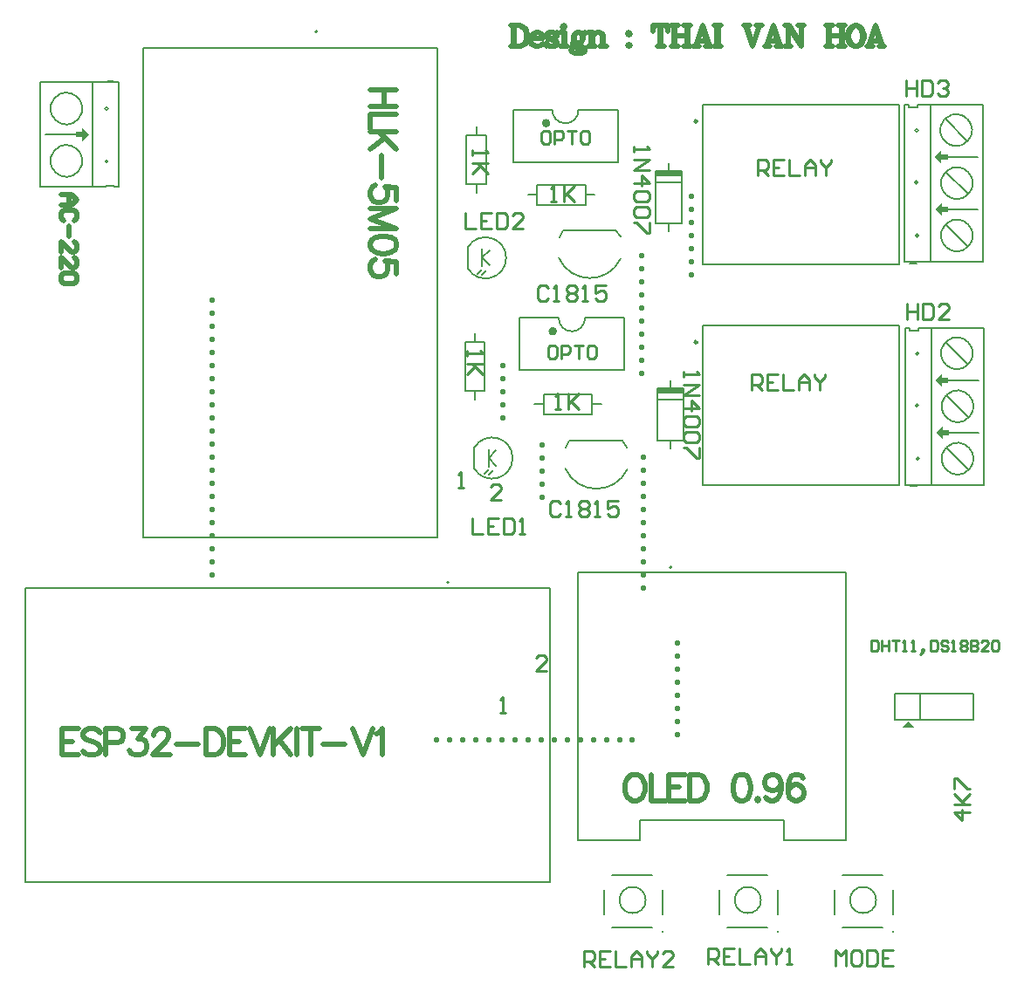
<source format=gbr>
%TF.GenerationSoftware,Altium Limited,Altium Designer,23.10.1 (27)*%
G04 Layer_Color=65535*
%FSLAX26Y26*%
%MOIN*%
%TF.SameCoordinates,68AA919C-6303-421A-99F6-747A19599157*%
%TF.FilePolarity,Positive*%
%TF.FileFunction,Legend,Top*%
%TF.Part,Single*%
G01*
G75*
%TA.AperFunction,NonConductor*%
%ADD10C,0.010000*%
%ADD39C,0.006000*%
%ADD40C,0.007874*%
%ADD41C,0.007008*%
%ADD42C,0.011811*%
%ADD43C,0.007000*%
%ADD44C,0.015000*%
%ADD45C,0.005000*%
%ADD46C,0.020000*%
%ADD47R,0.100000X0.020000*%
G36*
X350000Y3380000D02*
X325000Y3355000D01*
Y3370000D01*
X300000D01*
Y3390000D01*
X325000D01*
Y3405000D01*
X350000Y3380000D01*
D02*
G37*
G36*
X3605000Y3305000D02*
X3630000D01*
Y3285000D01*
X3605000D01*
Y3270000D01*
X3580000Y3295000D01*
X3605000Y3320000D01*
Y3305000D01*
D02*
G37*
G36*
X3607500Y3105000D02*
X3632500D01*
Y3085000D01*
X3607500D01*
Y3070000D01*
X3582500Y3095000D01*
X3607500Y3120000D01*
Y3105000D01*
D02*
G37*
G36*
X3607620Y2452380D02*
X3632620D01*
Y2432380D01*
X3607620D01*
Y2417380D01*
X3582620Y2442380D01*
X3607620Y2467380D01*
Y2452380D01*
D02*
G37*
G36*
X3610120Y2252380D02*
X3635120D01*
Y2232380D01*
X3610120D01*
Y2217380D01*
X3585120Y2242380D01*
X3610120Y2267380D01*
Y2252380D01*
D02*
G37*
G36*
X3504000Y1114000D02*
X3454000D01*
X3479000Y1139000D01*
X3504000Y1114000D01*
D02*
G37*
D10*
X825000Y1695000D02*
X815003D01*
Y1704997D01*
X825000D01*
Y1695000D01*
Y1744984D02*
X815003D01*
Y1754981D01*
X825000D01*
Y1744984D01*
Y1794968D02*
X815003D01*
Y1804964D01*
X825000D01*
Y1794968D01*
Y1844951D02*
X815003D01*
Y1854948D01*
X825000D01*
Y1844951D01*
Y1894935D02*
X815003D01*
Y1904932D01*
X825000D01*
Y1894935D01*
Y1944919D02*
X815003D01*
Y1954916D01*
X825000D01*
Y1944919D01*
Y1994903D02*
X815003D01*
Y2004900D01*
X825000D01*
Y1994903D01*
Y2044887D02*
X815003D01*
Y2054883D01*
X825000D01*
Y2044887D01*
Y2094870D02*
X815003D01*
Y2104867D01*
X825000D01*
Y2094870D01*
Y2144854D02*
X815003D01*
Y2154851D01*
X825000D01*
Y2144854D01*
Y2194838D02*
X815003D01*
Y2204835D01*
X825000D01*
Y2194838D01*
Y2244822D02*
X815003D01*
Y2254819D01*
X825000D01*
Y2244822D01*
Y2294806D02*
X815003D01*
Y2304802D01*
X825000D01*
Y2294806D01*
Y2344789D02*
X815003D01*
Y2354786D01*
X825000D01*
Y2344789D01*
Y2394773D02*
X815003D01*
Y2404770D01*
X825000D01*
Y2394773D01*
Y2444757D02*
X815003D01*
Y2454754D01*
X825000D01*
Y2444757D01*
Y2494741D02*
X815003D01*
Y2504738D01*
X825000D01*
Y2494741D01*
Y2544725D02*
X815003D01*
Y2554721D01*
X825000D01*
Y2544725D01*
Y2594708D02*
X815003D01*
Y2604705D01*
X825000D01*
Y2594708D01*
Y2644692D02*
X815003D01*
Y2654689D01*
X825000D01*
Y2644692D01*
Y2694676D02*
X815003D01*
Y2704673D01*
X825000D01*
Y2694676D01*
Y2744660D02*
X815003D01*
Y2754657D01*
X825000D01*
Y2744660D01*
X1670000Y1065000D02*
Y1074997D01*
X1679997D01*
Y1065000D01*
X1670000D01*
X1719984D02*
Y1074997D01*
X1729981D01*
Y1065000D01*
X1719984D01*
X1769968D02*
Y1074997D01*
X1779964D01*
Y1065000D01*
X1769968D01*
X1819951D02*
Y1074997D01*
X1829948D01*
Y1065000D01*
X1819951D01*
X1869935D02*
Y1074997D01*
X1879932D01*
Y1065000D01*
X1869935D01*
X1919919D02*
Y1074997D01*
X1929916D01*
Y1065000D01*
X1919919D01*
X1969903D02*
Y1074997D01*
X1979900D01*
Y1065000D01*
X1969903D01*
X2019887D02*
Y1074997D01*
X2029883D01*
Y1065000D01*
X2019887D01*
X2069870D02*
Y1074997D01*
X2079867D01*
Y1065000D01*
X2069870D01*
X2119854D02*
Y1074997D01*
X2129851D01*
Y1065000D01*
X2119854D01*
X2169838D02*
Y1074997D01*
X2179835D01*
Y1065000D01*
X2169838D01*
X2219822D02*
Y1074997D01*
X2229819D01*
Y1065000D01*
X2219822D01*
X2269806D02*
Y1074997D01*
X2279802D01*
Y1065000D01*
X2269806D01*
X2319789D02*
Y1074997D01*
X2329786D01*
Y1065000D01*
X2319789D01*
X2369773D02*
Y1074997D01*
X2379770D01*
Y1065000D01*
X2369773D01*
X2419757D02*
Y1074997D01*
X2429754D01*
Y1065000D01*
X2419757D01*
X2097380Y1331681D02*
X2057393D01*
X2097380Y1371668D01*
Y1381664D01*
X2087383Y1391661D01*
X2067390D01*
X2057393Y1381664D01*
X1924987Y1985000D02*
X1885000D01*
X1924987Y2024987D01*
Y2034984D01*
X1914990Y2044981D01*
X1894997D01*
X1885000Y2034984D01*
X1760000Y2030000D02*
X1779994D01*
X1769997D01*
Y2089981D01*
X1760000Y2079984D01*
X1920000Y1170000D02*
X1939994D01*
X1929997D01*
Y1229981D01*
X1920000Y1219984D01*
X1935000Y2295000D02*
X1925003D01*
Y2304997D01*
X1935000D01*
Y2295000D01*
Y2344984D02*
X1925003D01*
Y2354981D01*
X1935000D01*
Y2344984D01*
Y2394968D02*
X1925003D01*
Y2404964D01*
X1935000D01*
Y2394968D01*
Y2444951D02*
X1925003D01*
Y2454948D01*
X1935000D01*
Y2444951D01*
Y2494935D02*
X1925003D01*
Y2504932D01*
X1935000D01*
Y2494935D01*
X2085000Y1990000D02*
X2075003D01*
Y1999997D01*
X2085000D01*
Y1990000D01*
Y2039984D02*
X2075003D01*
Y2049981D01*
X2085000D01*
Y2039984D01*
Y2089968D02*
X2075003D01*
Y2099964D01*
X2085000D01*
Y2089968D01*
Y2139951D02*
X2075003D01*
Y2149948D01*
X2085000D01*
Y2139951D01*
Y2189935D02*
X2075003D01*
Y2199932D01*
X2085000D01*
Y2189935D01*
X2600000Y1085000D02*
X2590003D01*
Y1094997D01*
X2600000D01*
Y1085000D01*
Y1134984D02*
X2590003D01*
Y1144981D01*
X2600000D01*
Y1134984D01*
Y1184968D02*
X2590003D01*
Y1194964D01*
X2600000D01*
Y1184968D01*
Y1234951D02*
X2590003D01*
Y1244948D01*
X2600000D01*
Y1234951D01*
Y1284935D02*
X2590003D01*
Y1294932D01*
X2600000D01*
Y1284935D01*
Y1334919D02*
X2590003D01*
Y1344916D01*
X2600000D01*
Y1334919D01*
Y1384903D02*
X2590003D01*
Y1394900D01*
X2600000D01*
Y1384903D01*
Y1434887D02*
X2590003D01*
Y1444883D01*
X2600000D01*
Y1434887D01*
X2470000Y1645000D02*
X2460003D01*
Y1654997D01*
X2470000D01*
Y1645000D01*
Y1694984D02*
X2460003D01*
Y1704981D01*
X2470000D01*
Y1694984D01*
Y1744968D02*
X2460003D01*
Y1754964D01*
X2470000D01*
Y1744968D01*
Y1794951D02*
X2460003D01*
Y1804948D01*
X2470000D01*
Y1794951D01*
Y1844935D02*
X2460003D01*
Y1854932D01*
X2470000D01*
Y1844935D01*
Y1894919D02*
X2460003D01*
Y1904916D01*
X2470000D01*
Y1894919D01*
Y1944903D02*
X2460003D01*
Y1954900D01*
X2470000D01*
Y1944903D01*
Y1994887D02*
X2460003D01*
Y2004883D01*
X2470000D01*
Y1994887D01*
Y2044870D02*
X2460003D01*
Y2054867D01*
X2470000D01*
Y2044870D01*
Y2094854D02*
X2460003D01*
Y2104851D01*
X2470000D01*
Y2094854D01*
Y2144838D02*
X2460003D01*
Y2154835D01*
X2470000D01*
Y2144838D01*
X2655000Y2840000D02*
X2645003D01*
Y2849997D01*
X2655000D01*
Y2840000D01*
Y2889984D02*
X2645003D01*
Y2899981D01*
X2655000D01*
Y2889984D01*
Y2939968D02*
X2645003D01*
Y2949964D01*
X2655000D01*
Y2939968D01*
Y2989951D02*
X2645003D01*
Y2999948D01*
X2655000D01*
Y2989951D01*
Y3039935D02*
X2645003D01*
Y3049932D01*
X2655000D01*
Y3039935D01*
Y3089919D02*
X2645003D01*
Y3099916D01*
X2655000D01*
Y3089919D01*
Y3139903D02*
X2645003D01*
Y3149900D01*
X2655000D01*
Y3139903D01*
X2465000Y2465000D02*
X2455003D01*
Y2474997D01*
X2465000D01*
Y2465000D01*
Y2514984D02*
X2455003D01*
Y2524981D01*
X2465000D01*
Y2514984D01*
Y2564968D02*
X2455003D01*
Y2574964D01*
X2465000D01*
Y2564968D01*
Y2614951D02*
X2455003D01*
Y2624948D01*
X2465000D01*
Y2614951D01*
Y2664935D02*
X2455003D01*
Y2674932D01*
X2465000D01*
Y2664935D01*
Y2714919D02*
X2455003D01*
Y2724916D01*
X2465000D01*
Y2714919D01*
Y2764903D02*
X2455003D01*
Y2774900D01*
X2465000D01*
Y2764903D01*
Y2814887D02*
X2455003D01*
Y2824883D01*
X2465000D01*
Y2814887D01*
Y2864870D02*
X2455003D01*
Y2874867D01*
X2465000D01*
Y2864870D01*
Y2914854D02*
X2455003D01*
Y2924851D01*
X2465000D01*
Y2914854D01*
X3715000Y789990D02*
X3655019D01*
X3685010Y760000D01*
Y799987D01*
X3655019Y819981D02*
X3715000D01*
X3695006D01*
X3655019Y859968D01*
X3685010Y829977D01*
X3715000Y859968D01*
X3655019Y879961D02*
Y919948D01*
X3665016D01*
X3705003Y879961D01*
X3715000D01*
X2240055Y200010D02*
Y259990D01*
X2270045D01*
X2280042Y249994D01*
Y230000D01*
X2270045Y220003D01*
X2240055D01*
X2260048D02*
X2280042Y200010D01*
X2340023Y259990D02*
X2300036D01*
Y200010D01*
X2340023D01*
X2300036Y230000D02*
X2320029D01*
X2360016Y259990D02*
Y200010D01*
X2400003D01*
X2419997D02*
Y239997D01*
X2439990Y259990D01*
X2459984Y239997D01*
Y200010D01*
Y230000D01*
X2419997D01*
X2479977Y259990D02*
Y249994D01*
X2499971Y230000D01*
X2519965Y249994D01*
Y259990D01*
X2499971Y230000D02*
Y200010D01*
X2579945D02*
X2539958D01*
X2579945Y239997D01*
Y249994D01*
X2569948Y259990D01*
X2549955D01*
X2539958Y249994D01*
X2115015Y3125010D02*
X2135008D01*
X2125011D01*
Y3184990D01*
X2115015Y3174994D01*
X2164998Y3184990D02*
Y3125010D01*
Y3145003D01*
X2204985Y3184990D01*
X2174995Y3155000D01*
X2204985Y3125010D01*
X1815010Y3319985D02*
Y3299992D01*
Y3309989D01*
X1874990D01*
X1864994Y3319985D01*
X1874990Y3270002D02*
X1815010D01*
X1835003D01*
X1874990Y3230015D01*
X1845000Y3260005D01*
X1815010Y3230015D01*
X2130015Y2330010D02*
X2150008D01*
X2140011D01*
Y2389990D01*
X2130015Y2379994D01*
X2179998Y2389990D02*
Y2330010D01*
Y2350003D01*
X2219985Y2389990D01*
X2189995Y2360000D01*
X2219985Y2330010D01*
X1795010Y2554985D02*
Y2534992D01*
Y2544989D01*
X1854990D01*
X1844994Y2554985D01*
X1854990Y2505002D02*
X1795010D01*
X1815003D01*
X1854990Y2465015D01*
X1825000Y2495005D01*
X1795010Y2465015D01*
X2105029Y2794994D02*
X2095032Y2804990D01*
X2075039D01*
X2065042Y2794994D01*
Y2755006D01*
X2075039Y2745010D01*
X2095032D01*
X2105029Y2755006D01*
X2125023Y2745010D02*
X2145016D01*
X2135019D01*
Y2804990D01*
X2125023Y2794994D01*
X2175006D02*
X2185003Y2804990D01*
X2204997D01*
X2214994Y2794994D01*
Y2784997D01*
X2204997Y2775000D01*
X2214994Y2765003D01*
Y2755006D01*
X2204997Y2745010D01*
X2185003D01*
X2175006Y2755006D01*
Y2765003D01*
X2185003Y2775000D01*
X2175006Y2784997D01*
Y2794994D01*
X2185003Y2775000D02*
X2204997D01*
X2234987Y2745010D02*
X2254981D01*
X2244984D01*
Y2804990D01*
X2234987Y2794994D01*
X2324958Y2804990D02*
X2284971D01*
Y2775000D01*
X2304964Y2784997D01*
X2314961D01*
X2324958Y2775000D01*
Y2755006D01*
X2314961Y2745010D01*
X2294968D01*
X2284971Y2755006D01*
X2150029Y1969994D02*
X2140032Y1979990D01*
X2120039D01*
X2110042Y1969994D01*
Y1930006D01*
X2120039Y1920010D01*
X2140032D01*
X2150029Y1930006D01*
X2170023Y1920010D02*
X2190016D01*
X2180019D01*
Y1979990D01*
X2170023Y1969994D01*
X2220006D02*
X2230003Y1979990D01*
X2249997D01*
X2259994Y1969994D01*
Y1959997D01*
X2249997Y1950000D01*
X2259994Y1940003D01*
Y1930006D01*
X2249997Y1920010D01*
X2230003D01*
X2220006Y1930006D01*
Y1940003D01*
X2230003Y1950000D01*
X2220006Y1959997D01*
Y1969994D01*
X2230003Y1950000D02*
X2249997D01*
X2279987Y1920010D02*
X2299981D01*
X2289984D01*
Y1979990D01*
X2279987Y1969994D01*
X2369958Y1979990D02*
X2329971D01*
Y1950000D01*
X2349964Y1959997D01*
X2359961D01*
X2369958Y1950000D01*
Y1930006D01*
X2359961Y1920010D01*
X2339968D01*
X2329971Y1930006D01*
X2103355Y3394992D02*
X2086694D01*
X2078363Y3386661D01*
Y3353339D01*
X2086694Y3345008D01*
X2103355D01*
X2111686Y3353339D01*
Y3386661D01*
X2103355Y3394992D01*
X2128347Y3345008D02*
Y3394992D01*
X2153339D01*
X2161669Y3386661D01*
Y3370000D01*
X2153339Y3361669D01*
X2128347D01*
X2178331Y3394992D02*
X2211653D01*
X2194992D01*
Y3345008D01*
X2253306Y3394992D02*
X2236645D01*
X2228314Y3386661D01*
Y3353339D01*
X2236645Y3345008D01*
X2253306D01*
X2261637Y3353339D01*
Y3386661D01*
X2253306Y3394992D01*
X2128355Y2574992D02*
X2111694D01*
X2103363Y2566661D01*
Y2533339D01*
X2111694Y2525008D01*
X2128355D01*
X2136686Y2533339D01*
Y2566661D01*
X2128355Y2574992D01*
X2153347Y2525008D02*
Y2574992D01*
X2178339D01*
X2186669Y2566661D01*
Y2550000D01*
X2178339Y2541669D01*
X2153347D01*
X2203331Y2574992D02*
X2236653D01*
X2219992D01*
Y2525008D01*
X2278306Y2574992D02*
X2261645D01*
X2253314Y2566661D01*
Y2533339D01*
X2261645Y2525008D01*
X2278306D01*
X2286637Y2533339D01*
Y2566661D01*
X2278306Y2574992D01*
X1788000Y3081981D02*
Y3022000D01*
X1827987D01*
X1887968Y3081981D02*
X1847981D01*
Y3022000D01*
X1887968D01*
X1847981Y3051990D02*
X1867974D01*
X1907961Y3081981D02*
Y3022000D01*
X1937951D01*
X1947948Y3031997D01*
Y3071984D01*
X1937951Y3081981D01*
X1907961D01*
X2007929Y3022000D02*
X1967942D01*
X2007929Y3061987D01*
Y3071984D01*
X1997932Y3081981D01*
X1977939D01*
X1967942Y3071984D01*
X1815032Y1914990D02*
Y1855010D01*
X1855020D01*
X1915000Y1914990D02*
X1875013D01*
Y1855010D01*
X1915000D01*
X1875013Y1885000D02*
X1895006D01*
X1934994Y1914990D02*
Y1855010D01*
X1964984D01*
X1974981Y1865006D01*
Y1904994D01*
X1964984Y1914990D01*
X1934994D01*
X1994974Y1855010D02*
X2014968D01*
X2004971D01*
Y1914990D01*
X1994974Y1904994D01*
X2905045Y3225010D02*
Y3284990D01*
X2935036D01*
X2945032Y3274994D01*
Y3255000D01*
X2935036Y3245003D01*
X2905045D01*
X2925039D02*
X2945032Y3225010D01*
X3005013Y3284990D02*
X2965026D01*
Y3225010D01*
X3005013D01*
X2965026Y3255000D02*
X2985019D01*
X3025006Y3284990D02*
Y3225010D01*
X3064994D01*
X3084987D02*
Y3264997D01*
X3104981Y3284990D01*
X3124974Y3264997D01*
Y3225010D01*
Y3255000D01*
X3084987D01*
X3144968Y3284990D02*
Y3274994D01*
X3164961Y3255000D01*
X3184955Y3274994D01*
Y3284990D01*
X3164961Y3255000D02*
Y3225010D01*
X2880045Y2405010D02*
Y2464990D01*
X2910036D01*
X2920032Y2454994D01*
Y2435000D01*
X2910036Y2425003D01*
X2880045D01*
X2900039D02*
X2920032Y2405010D01*
X2980013Y2464990D02*
X2940026D01*
Y2405010D01*
X2980013D01*
X2940026Y2435000D02*
X2960019D01*
X3000006Y2464990D02*
Y2405010D01*
X3039994D01*
X3059987D02*
Y2444997D01*
X3079981Y2464990D01*
X3099974Y2444997D01*
Y2405010D01*
Y2435000D01*
X3059987D01*
X3119968Y2464990D02*
Y2454994D01*
X3139961Y2435000D01*
X3159955Y2454994D01*
Y2464990D01*
X3139961Y2435000D02*
Y2405010D01*
X3336745Y1446658D02*
Y1406671D01*
X3356739D01*
X3363403Y1413335D01*
Y1439994D01*
X3356739Y1446658D01*
X3336745D01*
X3376732D02*
Y1406671D01*
Y1426665D01*
X3403390D01*
Y1446658D01*
Y1406671D01*
X3416719Y1446658D02*
X3443377D01*
X3430048D01*
Y1406671D01*
X3456706D02*
X3470035D01*
X3463371D01*
Y1446658D01*
X3456706Y1439994D01*
X3490029Y1406671D02*
X3503358D01*
X3496694D01*
Y1446658D01*
X3490029Y1439994D01*
X3530016Y1400006D02*
X3536681Y1406671D01*
Y1413335D01*
X3530016D01*
Y1406671D01*
X3536681D01*
X3530016Y1400006D01*
X3523352Y1393342D01*
X3563339Y1446658D02*
Y1406671D01*
X3583332D01*
X3589997Y1413335D01*
Y1439994D01*
X3583332Y1446658D01*
X3563339D01*
X3629984Y1439994D02*
X3623319Y1446658D01*
X3609990D01*
X3603326Y1439994D01*
Y1433329D01*
X3609990Y1426665D01*
X3623319D01*
X3629984Y1420000D01*
Y1413335D01*
X3623319Y1406671D01*
X3609990D01*
X3603326Y1413335D01*
X3643313Y1406671D02*
X3656642D01*
X3649977D01*
Y1446658D01*
X3643313Y1439994D01*
X3676636D02*
X3683300Y1446658D01*
X3696629D01*
X3703294Y1439994D01*
Y1433329D01*
X3696629Y1426665D01*
X3703294Y1420000D01*
Y1413335D01*
X3696629Y1406671D01*
X3683300D01*
X3676636Y1413335D01*
Y1420000D01*
X3683300Y1426665D01*
X3676636Y1433329D01*
Y1439994D01*
X3683300Y1426665D02*
X3696629D01*
X3716623Y1446658D02*
Y1406671D01*
X3736616D01*
X3743281Y1413335D01*
Y1420000D01*
X3736616Y1426665D01*
X3716623D01*
X3736616D01*
X3743281Y1433329D01*
Y1439994D01*
X3736616Y1446658D01*
X3716623D01*
X3783268Y1406671D02*
X3756610D01*
X3783268Y1433329D01*
Y1439994D01*
X3776603Y1446658D01*
X3763274D01*
X3756610Y1439994D01*
X3796597D02*
X3803261Y1446658D01*
X3816590D01*
X3823255Y1439994D01*
Y1413335D01*
X3816590Y1406671D01*
X3803261D01*
X3796597Y1413335D01*
Y1439994D01*
X3472000Y3587981D02*
Y3528000D01*
Y3557990D01*
X3511987D01*
Y3587981D01*
Y3528000D01*
X3531981Y3587981D02*
Y3528000D01*
X3561971D01*
X3571968Y3537997D01*
Y3577984D01*
X3561971Y3587981D01*
X3531981D01*
X3591961Y3577984D02*
X3601958Y3587981D01*
X3621952D01*
X3631948Y3577984D01*
Y3567987D01*
X3621952Y3557990D01*
X3611955D01*
X3621952D01*
X3631948Y3547994D01*
Y3537997D01*
X3621952Y3528000D01*
X3601958D01*
X3591961Y3537997D01*
X3474000Y2735981D02*
Y2676000D01*
Y2705990D01*
X3513987D01*
Y2735981D01*
Y2676000D01*
X3533981Y2735981D02*
Y2676000D01*
X3563971D01*
X3573968Y2685997D01*
Y2725984D01*
X3563971Y2735981D01*
X3533981D01*
X3633948Y2676000D02*
X3593961D01*
X3633948Y2715987D01*
Y2725984D01*
X3623952Y2735981D01*
X3603958D01*
X3593961Y2725984D01*
X2430010Y3334947D02*
Y3314953D01*
Y3324950D01*
X2489990D01*
X2479994Y3334947D01*
X2430010Y3284963D02*
X2489990D01*
X2430010Y3244976D01*
X2489990D01*
X2430010Y3194992D02*
X2489990D01*
X2460000Y3224982D01*
Y3184995D01*
X2479994Y3165002D02*
X2489990Y3155005D01*
Y3135011D01*
X2479994Y3125015D01*
X2440006D01*
X2430010Y3135011D01*
Y3155005D01*
X2440006Y3165002D01*
X2479994D01*
Y3105021D02*
X2489990Y3095024D01*
Y3075031D01*
X2479994Y3065034D01*
X2440006D01*
X2430010Y3075031D01*
Y3095024D01*
X2440006Y3105021D01*
X2479994D01*
X2489990Y3045040D02*
Y3005053D01*
X2479994D01*
X2440006Y3045040D01*
X2430010D01*
X2620010Y2474947D02*
Y2454953D01*
Y2464950D01*
X2679990D01*
X2669994Y2474947D01*
X2620010Y2424963D02*
X2679990D01*
X2620010Y2384976D01*
X2679990D01*
X2620010Y2334992D02*
X2679990D01*
X2650000Y2364982D01*
Y2324995D01*
X2669994Y2305002D02*
X2679990Y2295005D01*
Y2275011D01*
X2669994Y2265015D01*
X2630006D01*
X2620010Y2275011D01*
Y2295005D01*
X2630006Y2305002D01*
X2669994D01*
Y2245021D02*
X2679990Y2235024D01*
Y2215031D01*
X2669994Y2205034D01*
X2630006D01*
X2620010Y2215031D01*
Y2235024D01*
X2630006Y2245021D01*
X2669994D01*
X2679990Y2185040D02*
Y2145053D01*
X2669994D01*
X2630006Y2185040D01*
X2620010D01*
X2715052Y210010D02*
Y269990D01*
X2745042D01*
X2755039Y259993D01*
Y240000D01*
X2745042Y230003D01*
X2715052D01*
X2735045D02*
X2755039Y210010D01*
X2815019Y269990D02*
X2775032D01*
Y210010D01*
X2815019D01*
X2775032Y240000D02*
X2795026D01*
X2835013Y269990D02*
Y210010D01*
X2875000D01*
X2894994D02*
Y249997D01*
X2914987Y269990D01*
X2934981Y249997D01*
Y210010D01*
Y240000D01*
X2894994D01*
X2954974Y269990D02*
Y259993D01*
X2974968Y240000D01*
X2994961Y259993D01*
Y269990D01*
X2974968Y240000D02*
Y210010D01*
X3014955D02*
X3034948D01*
X3024952D01*
Y269990D01*
X3014955Y259993D01*
X3200036Y205010D02*
Y264990D01*
X3220029Y244997D01*
X3240023Y264990D01*
Y205010D01*
X3290006Y264990D02*
X3270013D01*
X3260016Y254994D01*
Y215006D01*
X3270013Y205010D01*
X3290006D01*
X3300003Y215006D01*
Y254994D01*
X3290006Y264990D01*
X3319997D02*
Y205010D01*
X3349987D01*
X3359984Y215006D01*
Y254994D01*
X3349987Y264990D01*
X3319997D01*
X3419965D02*
X3379977D01*
Y205010D01*
X3419965D01*
X3379977Y235000D02*
X3399971D01*
D39*
X2477000Y456000D02*
G03*
X2477000Y456000I-50000J0D01*
G01*
X3357000D02*
G03*
X3357000Y456000I-50000J0D01*
G01*
X2917000D02*
G03*
X2917000Y456000I-50000J0D01*
G01*
X2347000Y551000D02*
X2502000D01*
X2542000Y401000D02*
Y496000D01*
X2348000Y351000D02*
X2502000D01*
X2317000Y401000D02*
Y496000D01*
X3227000Y551000D02*
X3382000D01*
X3422000Y401000D02*
Y496000D01*
X3228000Y351000D02*
X3382000D01*
X3197000Y401000D02*
Y496000D01*
X2757000Y401000D02*
Y496000D01*
X2788000Y351000D02*
X2942000D01*
X2982000Y401000D02*
Y496000D01*
X2787000Y551000D02*
X2942000D01*
D40*
X1724764Y1669646D02*
G03*
X1724764Y1669646I-3937J0D01*
G01*
X2576457Y1726496D02*
G03*
X2576457Y1726496I-3937J0D01*
G01*
X1222362Y3773819D02*
G03*
X1222362Y3773819I-3937J0D01*
G01*
D41*
X1822284Y2104814D02*
G03*
X1822434Y2184743I67919J39837D01*
G01*
X1797284Y2869814D02*
G03*
X1797434Y2949743I67919J39837D01*
G01*
D42*
X2672362Y2587126D02*
G03*
X2672362Y2587126I-3937J0D01*
G01*
Y3430905D02*
G03*
X2672362Y3430905I-3937J0D01*
G01*
D43*
X2170059Y2105026D02*
G03*
X2406523Y2101787I118972J52399D01*
G01*
X2145059Y2910026D02*
G03*
X2381523Y2906787I118972J52399D01*
G01*
X2120046Y3475378D02*
G03*
X2220000Y3475000I49971J-1694D01*
G01*
X2145046Y2680378D02*
G03*
X2245000Y2680000I49971J-1694D01*
G01*
X311228Y3441168D02*
G03*
X310124Y3439890I-46228J38832D01*
G01*
X424403Y3278000D02*
G03*
X424403Y3278000I-6403J0D01*
G01*
X423403Y3480000D02*
G03*
X423403Y3480000I-6403J0D01*
G01*
X311303Y3241257D02*
G03*
X310124Y3239890I-46303J38743D01*
G01*
X3521023Y2544380D02*
G03*
X3521023Y2544380I-6403J0D01*
G01*
X3618938Y2584027D02*
G03*
X3625431Y2590597I46063J-39028D01*
G01*
X3621439Y2381269D02*
G03*
X3627798Y2387758I46181J-38889D01*
G01*
X3522023Y2142380D02*
G03*
X3522023Y2142380I-6403J0D01*
G01*
X3519023Y2345977D02*
G03*
X3519023Y2345977I-6403J0D01*
G01*
X3621908Y2181818D02*
G03*
X3627336Y2187349I45712J-39438D01*
G01*
X3518403Y3397000D02*
G03*
X3518403Y3397000I-6403J0D01*
G01*
X3616318Y3436647D02*
G03*
X3622811Y3443217I46063J-39028D01*
G01*
X3618819Y3233889D02*
G03*
X3625178Y3240378I46181J-38889D01*
G01*
X3519403Y2995000D02*
G03*
X3519403Y2995000I-6403J0D01*
G01*
X3516403Y3198597D02*
G03*
X3516403Y3198597I-6403J0D01*
G01*
X3619288Y3034438D02*
G03*
X3624716Y3039968I45712J-39438D01*
G01*
X2541000Y336000D02*
X2542000Y337000D01*
X3421000Y336000D02*
X3422000Y337000D01*
X2981000Y336000D02*
X2982000Y337000D01*
X1877000Y2113000D02*
Y2179000D01*
Y2145000D02*
X1906000Y2174000D01*
X1877000Y2145000D02*
X1906000Y2116000D01*
X1822080Y2105164D02*
Y2184348D01*
X1877000Y2081000D02*
X1894000Y2098000D01*
X1861000Y2084000D02*
X1878000Y2101000D01*
X2565000Y3240000D02*
X2615000D01*
Y3040000D02*
Y3240000D01*
X2515000Y3040000D02*
X2615000D01*
X2515000D02*
Y3240000D01*
X2565000D01*
Y3010000D02*
Y3040000D01*
Y3240000D02*
Y3270000D01*
X2515000Y3199000D02*
X2612000D01*
X2565000Y3240000D02*
X2586000D01*
X2549000D02*
X2565000D01*
X3524000Y1145000D02*
Y1244000D01*
X3729000Y1145000D02*
Y1245000D01*
X3429000D02*
X3729000D01*
X3429000Y1145000D02*
Y1245000D01*
Y1145000D02*
X3729000D01*
X2570000Y2410000D02*
X2620000D01*
Y2210000D02*
Y2410000D01*
X2520000Y2210000D02*
X2620000D01*
X2520000D02*
Y2410000D01*
X2570000D01*
Y2180000D02*
Y2210000D01*
Y2410000D02*
Y2440000D01*
X2520000Y2369000D02*
X2617000D01*
X2570000Y2410000D02*
X2591000D01*
X2554000D02*
X2570000D01*
X2185000Y2210000D02*
X2387998D01*
X2172000Y2184000D02*
X2185000Y2210000D01*
X2387998D02*
X2405338Y2185236D01*
X2160000Y3015000D02*
X2362998D01*
X2147000Y2989000D02*
X2160000Y3015000D01*
X2362998D02*
X2380338Y2990236D01*
X1970000Y3475000D02*
X2120000D01*
X2221000D02*
X2370000D01*
X1970000Y3275000D02*
Y3475000D01*
Y3275000D02*
X2370000D01*
Y3475000D01*
X2395000Y2480000D02*
Y2680000D01*
X1995000Y2480000D02*
X2395000D01*
X1995000D02*
Y2680000D01*
X2246000D02*
X2395000D01*
X1995000D02*
X2145000D01*
X2053000Y2350000D02*
X2088000D01*
Y2388000D02*
X2273000D01*
Y2350000D02*
X2307000D01*
X2088000Y2312000D02*
X2273000D01*
Y2388000D01*
X2088000Y2312000D02*
Y2388000D01*
X2028000Y3150000D02*
X2063000D01*
Y3188000D02*
X2248000D01*
Y3150000D02*
X2282000D01*
X2063000Y3112000D02*
X2248000D01*
Y3188000D01*
X2063000Y3112000D02*
Y3188000D01*
X1792000Y3193000D02*
X1868000D01*
X1792000Y3378000D02*
X1868000D01*
Y3193000D02*
Y3378000D01*
X1830000D02*
Y3412000D01*
X1792000Y3193000D02*
Y3378000D01*
X1830000Y3158000D02*
Y3193000D01*
X365000Y3181000D02*
Y3578000D01*
X165000Y3580000D02*
X315000D01*
X165000Y3180000D02*
X416000D01*
Y3185000D01*
X447000D01*
Y3180000D02*
Y3185000D01*
Y3180000D02*
X465000D01*
Y3580000D01*
X315000D02*
X465000D01*
X420000Y3586000D02*
X445000D01*
X186000Y3380000D02*
X337000D01*
X165000Y3180000D02*
Y3580000D01*
X1787000Y2587000D02*
X1863000D01*
X1787000Y2402000D02*
X1863000D01*
X1787000D02*
Y2587000D01*
X1825000Y2368000D02*
Y2402000D01*
X1863000D02*
Y2587000D01*
X1825000D02*
Y2622000D01*
X3595620Y2442380D02*
X3746620D01*
X3622620Y2587380D02*
X3706620Y2502380D01*
X3767620Y2042380D02*
Y2642380D01*
X3624620Y2385380D02*
X3709120Y2300880D01*
X3597620Y2242380D02*
X3748620D01*
X3487620Y2036380D02*
X3512620D01*
X3467620Y2042380D02*
X3617620D01*
X3467620D02*
Y2642380D01*
X3485620D01*
Y2632380D02*
Y2642380D01*
Y2632380D02*
X3516620D01*
Y2642380D01*
X3767620D01*
X3617620Y2042380D02*
X3767620D01*
X3567620D02*
Y2642380D01*
X3624620Y2185380D02*
X3709620Y2100380D01*
X3593000Y3295000D02*
X3744000D01*
X3620000Y3440000D02*
X3704000Y3355000D01*
X3765000Y2895000D02*
Y3495000D01*
X3622000Y3238000D02*
X3706500Y3153500D01*
X3595000Y3095000D02*
X3746000D01*
X3485000Y2889000D02*
X3510000D01*
X3465000Y2895000D02*
X3615000D01*
X3465000D02*
Y3495000D01*
X3483000D01*
Y3485000D02*
Y3495000D01*
Y3485000D02*
X3514000D01*
Y3495000D01*
X3765000D01*
X3615000Y2895000D02*
X3765000D01*
X3565000D02*
Y3495000D01*
X3622000Y3038000D02*
X3707000Y2953000D01*
X1836000Y2849000D02*
X1853000Y2866000D01*
X1852000Y2846000D02*
X1869000Y2863000D01*
X1797080Y2870164D02*
Y2949348D01*
X1852000Y2910000D02*
X1881000Y2881000D01*
X1852000Y2910000D02*
X1881000Y2939000D01*
X1852000Y2878000D02*
Y2944000D01*
D44*
X2105000Y3424000D02*
G03*
X2105000Y3424000I-8000J0D01*
G01*
X2130000Y2629000D02*
G03*
X2130000Y2629000I-8000J0D01*
G01*
D45*
X107048Y524764D02*
X2112952D01*
X107048D02*
Y1647204D01*
X2112952Y524764D02*
Y1647204D01*
X107048D02*
X2112952D01*
Y1211418D02*
Y1647204D01*
Y947204D02*
Y1211418D01*
Y524764D02*
Y947204D01*
X107048Y1647204D02*
X2112952D01*
X107048Y524764D02*
X2112952D01*
X107048Y1435788D02*
Y1647204D01*
Y739330D02*
Y1435788D01*
Y524764D02*
Y739330D01*
X2218190Y1706812D02*
X3241812D01*
Y683190D02*
Y1706812D01*
X3005590Y683190D02*
X3241812D01*
X3005590D02*
Y761930D01*
X2454410D02*
X3005590D01*
X2454410Y683190D02*
Y761930D01*
X2218190Y683190D02*
X2454410D01*
X2218190D02*
Y1706812D01*
X2694016Y2041102D02*
X3445984D01*
Y2651338D01*
X2694016D02*
X3445984D01*
X2694016Y2041102D02*
Y2651338D01*
Y2884882D02*
Y3495118D01*
X3445984D01*
Y2884882D02*
Y3495118D01*
X2694016Y2884882D02*
X3445984D01*
X558976Y3710040D02*
X1681024D01*
X558976Y1839960D02*
Y3710040D01*
Y1839960D02*
X1681024D01*
Y3710040D01*
D46*
X1971426Y3796644D02*
Y3716661D01*
X1975235Y3796644D02*
Y3716661D01*
X1960000Y3796644D02*
X1998087D01*
X2009513Y3792835D01*
X2017131Y3785218D01*
X2020939Y3777600D01*
X2024748Y3766174D01*
Y3747131D01*
X2020939Y3735704D01*
X2017131Y3728087D01*
X2009513Y3720470D01*
X1998087Y3716661D01*
X1960000D01*
X1998087Y3796644D02*
X2005705Y3792835D01*
X2013322Y3785218D01*
X2017131Y3777600D01*
X2020939Y3766174D01*
Y3747131D01*
X2017131Y3735704D01*
X2013322Y3728087D01*
X2005705Y3720470D01*
X1998087Y3716661D01*
X2039221Y3747131D02*
X2084926D01*
Y3754748D01*
X2081117Y3762365D01*
X2077308Y3766174D01*
X2069691Y3769983D01*
X2058265D01*
X2046839Y3766174D01*
X2039221Y3758557D01*
X2035412Y3747131D01*
Y3739513D01*
X2039221Y3728087D01*
X2046839Y3720470D01*
X2058265Y3716661D01*
X2065882D01*
X2077308Y3720470D01*
X2084926Y3728087D01*
X2081117Y3747131D02*
Y3758557D01*
X2077308Y3766174D01*
X2058265Y3769983D02*
X2050647Y3766174D01*
X2043030Y3758557D01*
X2039221Y3747131D01*
Y3739513D01*
X2043030Y3728087D01*
X2050647Y3720470D01*
X2058265Y3716661D01*
X2135201Y3762365D02*
X2139009Y3769983D01*
Y3754748D01*
X2135201Y3762365D01*
X2131392Y3766174D01*
X2123774Y3769983D01*
X2108540D01*
X2100922Y3766174D01*
X2097113Y3762365D01*
Y3754748D01*
X2100922Y3750939D01*
X2108540Y3747131D01*
X2127583Y3739513D01*
X2135201Y3735704D01*
X2139009Y3731896D01*
X2097113Y3758557D02*
X2100922Y3754748D01*
X2108540Y3750939D01*
X2127583Y3743322D01*
X2135201Y3739513D01*
X2139009Y3735704D01*
Y3724278D01*
X2135201Y3720470D01*
X2127583Y3716661D01*
X2112348D01*
X2104731Y3720470D01*
X2100922Y3724278D01*
X2097113Y3731896D01*
Y3716661D01*
X2100922Y3724278D01*
X2163385Y3796644D02*
X2159576Y3792835D01*
X2163385Y3789026D01*
X2167194Y3792835D01*
X2163385Y3796644D01*
Y3769983D02*
Y3716661D01*
X2167194Y3769983D02*
Y3716661D01*
X2151959Y3769983D02*
X2167194D01*
X2151959Y3716661D02*
X2178620D01*
X2215945Y3769983D02*
X2208328Y3766174D01*
X2204519Y3762365D01*
X2200710Y3754748D01*
Y3747131D01*
X2204519Y3739513D01*
X2208328Y3735704D01*
X2215945Y3731896D01*
X2223563D01*
X2231180Y3735704D01*
X2234989Y3739513D01*
X2238797Y3747131D01*
Y3754748D01*
X2234989Y3762365D01*
X2231180Y3766174D01*
X2223563Y3769983D01*
X2215945D01*
X2208328Y3766174D02*
X2204519Y3758557D01*
Y3743322D01*
X2208328Y3735704D01*
X2231180D02*
X2234989Y3743322D01*
Y3758557D01*
X2231180Y3766174D01*
X2234989Y3762365D02*
X2238797Y3766174D01*
X2246415Y3769983D01*
Y3766174D01*
X2238797D01*
X2204519Y3739513D02*
X2200710Y3735704D01*
X2196902Y3728087D01*
Y3724278D01*
X2200710Y3716661D01*
X2212136Y3712852D01*
X2231180D01*
X2242606Y3709044D01*
X2246415Y3705235D01*
X2196902Y3724278D02*
X2200710Y3720470D01*
X2212136Y3716661D01*
X2231180D01*
X2242606Y3712852D01*
X2246415Y3705235D01*
Y3701426D01*
X2242606Y3693809D01*
X2231180Y3690000D01*
X2208328D01*
X2196902Y3693809D01*
X2193093Y3701426D01*
Y3705235D01*
X2196902Y3712852D01*
X2208328Y3716661D01*
X2269648Y3769983D02*
Y3716661D01*
X2273457Y3769983D02*
Y3716661D01*
Y3758557D02*
X2281074Y3766174D01*
X2292500Y3769983D01*
X2300118D01*
X2311544Y3766174D01*
X2315352Y3758557D01*
Y3716661D01*
X2300118Y3769983D02*
X2307735Y3766174D01*
X2311544Y3758557D01*
Y3716661D01*
X2258222Y3769983D02*
X2273457D01*
X2258222Y3716661D02*
X2284883D01*
X2300118D02*
X2326778D01*
X2412855Y3769983D02*
X2409047Y3766174D01*
X2412855Y3762365D01*
X2416664Y3766174D01*
X2412855Y3769983D01*
Y3724278D02*
X2409047Y3720470D01*
X2412855Y3716661D01*
X2416664Y3720470D01*
X2412855Y3724278D01*
X2531687Y3796644D02*
Y3716661D01*
X2535496Y3796644D02*
Y3716661D01*
X2508835Y3796644D02*
X2505026Y3773792D01*
Y3796644D01*
X2562157D01*
Y3773792D01*
X2558348Y3796644D01*
X2520261Y3716661D02*
X2546922D01*
X2585009Y3796644D02*
Y3716661D01*
X2588818Y3796644D02*
Y3716661D01*
X2634522Y3796644D02*
Y3716661D01*
X2638331Y3796644D02*
Y3716661D01*
X2573583Y3796644D02*
X2600244D01*
X2623096D02*
X2649757D01*
X2588818Y3758557D02*
X2634522D01*
X2573583Y3716661D02*
X2600244D01*
X2623096D02*
X2649757D01*
X2693557Y3796644D02*
X2666896Y3716661D01*
X2693557Y3796644D02*
X2720218Y3716661D01*
X2693557Y3785218D02*
X2716409Y3716661D01*
X2674514Y3739513D02*
X2708792D01*
X2659279Y3716661D02*
X2682131D01*
X2704983D02*
X2727836D01*
X2749545Y3796644D02*
Y3716661D01*
X2753354Y3796644D02*
Y3716661D01*
X2738119Y3796644D02*
X2764780D01*
X2738119Y3716661D02*
X2764780D01*
X2858855Y3796644D02*
X2885516Y3716661D01*
X2862664Y3796644D02*
X2885516Y3728087D01*
X2912177Y3796644D02*
X2885516Y3716661D01*
X2851238Y3796644D02*
X2874090D01*
X2896942D02*
X2919794D01*
X2964356D02*
X2937695Y3716661D01*
X2964356Y3796644D02*
X2991017Y3716661D01*
X2964356Y3785218D02*
X2987209Y3716661D01*
X2945313Y3739513D02*
X2979591D01*
X2930078Y3716661D02*
X2952930D01*
X2975782D02*
X2998635D01*
X3020344Y3796644D02*
Y3716661D01*
X3024153Y3796644D02*
X3069858Y3724278D01*
X3024153Y3789026D02*
X3069858Y3716661D01*
Y3796644D02*
Y3716661D01*
X3008918Y3796644D02*
X3024153D01*
X3058432D02*
X3081284D01*
X3008918Y3716661D02*
X3031771D01*
X3174597Y3796644D02*
Y3716661D01*
X3178406Y3796644D02*
Y3716661D01*
X3224110Y3796644D02*
Y3716661D01*
X3227919Y3796644D02*
Y3716661D01*
X3163171Y3796644D02*
X3189832D01*
X3212684D02*
X3239345D01*
X3178406Y3758557D02*
X3224110D01*
X3163171Y3716661D02*
X3189832D01*
X3212684D02*
X3239345D01*
X3275528Y3796644D02*
X3264102Y3792835D01*
X3256484Y3785218D01*
X3252676Y3777600D01*
X3248867Y3762365D01*
Y3750939D01*
X3252676Y3735704D01*
X3256484Y3728087D01*
X3264102Y3720470D01*
X3275528Y3716661D01*
X3283145D01*
X3294571Y3720470D01*
X3302189Y3728087D01*
X3305997Y3735704D01*
X3309806Y3750939D01*
Y3762365D01*
X3305997Y3777600D01*
X3302189Y3785218D01*
X3294571Y3792835D01*
X3283145Y3796644D01*
X3275528D01*
X3267910Y3792835D01*
X3260293Y3785218D01*
X3256484Y3777600D01*
X3252676Y3762365D01*
Y3750939D01*
X3256484Y3735704D01*
X3260293Y3728087D01*
X3267910Y3720470D01*
X3275528Y3716661D01*
X3283145D02*
X3290763Y3720470D01*
X3298380Y3728087D01*
X3302189Y3735704D01*
X3305997Y3750939D01*
Y3762365D01*
X3302189Y3777600D01*
X3298380Y3785218D01*
X3290763Y3792835D01*
X3283145Y3796644D01*
X3355130D02*
X3328469Y3716661D01*
X3355130Y3796644D02*
X3381791Y3716661D01*
X3355130Y3785218D02*
X3377982Y3716661D01*
X3336086Y3739513D02*
X3370365D01*
X3320852Y3716661D02*
X3343704D01*
X3366556D02*
X3389408D01*
X2426020Y934989D02*
X2416498Y930228D01*
X2406976Y920707D01*
X2402215Y911185D01*
X2397454Y896902D01*
Y873098D01*
X2402215Y858815D01*
X2406976Y849293D01*
X2416498Y839772D01*
X2426020Y835011D01*
X2445063D01*
X2454585Y839772D01*
X2464107Y849293D01*
X2468868Y858815D01*
X2473629Y873098D01*
Y896902D01*
X2468868Y911185D01*
X2464107Y920707D01*
X2454585Y930228D01*
X2445063Y934989D01*
X2426020D01*
X2496957D02*
Y835011D01*
X2554088D01*
X2626929Y934989D02*
X2565038D01*
Y835011D01*
X2626929D01*
X2565038Y887380D02*
X2603125D01*
X2643592Y934989D02*
Y835011D01*
Y934989D02*
X2676918D01*
X2691201Y930228D01*
X2700723Y920707D01*
X2705484Y911185D01*
X2710245Y896902D01*
Y873098D01*
X2705484Y858815D01*
X2700723Y849293D01*
X2691201Y839772D01*
X2676918Y835011D01*
X2643592D01*
X2839741Y934989D02*
X2825458Y930228D01*
X2815936Y915946D01*
X2811175Y892141D01*
Y877859D01*
X2815936Y854054D01*
X2825458Y839772D01*
X2839741Y835011D01*
X2849262D01*
X2863545Y839772D01*
X2873067Y854054D01*
X2877828Y877859D01*
Y892141D01*
X2873067Y915946D01*
X2863545Y930228D01*
X2849262Y934989D01*
X2839741D01*
X2904965Y844533D02*
X2900204Y839772D01*
X2904965Y835011D01*
X2909726Y839772D01*
X2904965Y844533D01*
X2993517Y901663D02*
X2988756Y887380D01*
X2979234Y877859D01*
X2964952Y873098D01*
X2960191D01*
X2945908Y877859D01*
X2936387Y887380D01*
X2931626Y901663D01*
Y906424D01*
X2936387Y920707D01*
X2945908Y930228D01*
X2960191Y934989D01*
X2964952D01*
X2979234Y930228D01*
X2988756Y920707D01*
X2993517Y901663D01*
Y877859D01*
X2988756Y854054D01*
X2979234Y839772D01*
X2964952Y835011D01*
X2955430D01*
X2941147Y839772D01*
X2936387Y849293D01*
X3077785Y920707D02*
X3073024Y930228D01*
X3058741Y934989D01*
X3049219D01*
X3034937Y930228D01*
X3025415Y915946D01*
X3020654Y892141D01*
Y868337D01*
X3025415Y849293D01*
X3034937Y839772D01*
X3049219Y835011D01*
X3053980D01*
X3068263Y839772D01*
X3077785Y849293D01*
X3082546Y863576D01*
Y868337D01*
X3077785Y882620D01*
X3068263Y892141D01*
X3053980Y896902D01*
X3049219D01*
X3034937Y892141D01*
X3025415Y882620D01*
X3020654Y868337D01*
X310356Y1109989D02*
X248465D01*
Y1010011D01*
X310356D01*
X248465Y1062380D02*
X286552D01*
X393672Y1095707D02*
X384150Y1105228D01*
X369867Y1109989D01*
X350824D01*
X336541Y1105228D01*
X327019Y1095707D01*
Y1086185D01*
X331780Y1076663D01*
X336541Y1071902D01*
X346063Y1067141D01*
X374628Y1057620D01*
X384150Y1052859D01*
X388911Y1048098D01*
X393672Y1038576D01*
Y1024293D01*
X384150Y1014772D01*
X369867Y1010011D01*
X350824D01*
X336541Y1014772D01*
X327019Y1024293D01*
X416048Y1057620D02*
X458896D01*
X473178Y1062380D01*
X477939Y1067141D01*
X482700Y1076663D01*
Y1090946D01*
X477939Y1100467D01*
X473178Y1105228D01*
X458896Y1109989D01*
X416048D01*
Y1010011D01*
X514598Y1109989D02*
X566968D01*
X538402Y1071902D01*
X552685D01*
X562207Y1067141D01*
X566968Y1062380D01*
X571729Y1048098D01*
Y1038576D01*
X566968Y1024293D01*
X557446Y1014772D01*
X543163Y1010011D01*
X528881D01*
X514598Y1014772D01*
X509837Y1019533D01*
X505076Y1029054D01*
X598866Y1086185D02*
Y1090946D01*
X603626Y1100467D01*
X608387Y1105228D01*
X617909Y1109989D01*
X636953D01*
X646474Y1105228D01*
X651235Y1100467D01*
X655996Y1090946D01*
Y1081424D01*
X651235Y1071902D01*
X641713Y1057620D01*
X594105Y1010011D01*
X660757D01*
X683133Y1052859D02*
X768829D01*
X798347Y1109989D02*
Y1010011D01*
Y1109989D02*
X831673D01*
X845955Y1105228D01*
X855477Y1095707D01*
X860238Y1086185D01*
X864999Y1071902D01*
Y1048098D01*
X860238Y1033815D01*
X855477Y1024293D01*
X845955Y1014772D01*
X831673Y1010011D01*
X798347D01*
X949267Y1109989D02*
X887375D01*
Y1010011D01*
X949267D01*
X887375Y1062380D02*
X925462D01*
X965930Y1109989D02*
X1004017Y1010011D01*
X1042104Y1109989D02*
X1004017Y1010011D01*
X1054958Y1109989D02*
Y1010011D01*
X1121611Y1109989D02*
X1054958Y1043337D01*
X1078763Y1067141D02*
X1121611Y1010011D01*
X1143987Y1109989D02*
Y1010011D01*
X1198261Y1109989D02*
Y1010011D01*
X1164935Y1109989D02*
X1231587D01*
X1243489Y1052859D02*
X1329185D01*
X1358703Y1109989D02*
X1396790Y1010011D01*
X1434877Y1109989D02*
X1396790Y1010011D01*
X1447731Y1090946D02*
X1457253Y1095707D01*
X1471535Y1109989D01*
Y1010011D01*
X1524989Y3553018D02*
X1425011D01*
X1524989Y3486366D02*
X1425011D01*
X1477380Y3553018D02*
Y3486366D01*
X1524989Y3458753D02*
X1425011D01*
Y3401622D01*
X1524989Y3390672D02*
X1425011D01*
X1524989Y3324020D02*
X1458337Y3390672D01*
X1482141Y3366868D02*
X1425011Y3324020D01*
X1467859Y3301644D02*
Y3215948D01*
X1524989Y3129300D02*
Y3176908D01*
X1482141Y3181669D01*
X1486902Y3176908D01*
X1491663Y3162626D01*
Y3148343D01*
X1486902Y3134061D01*
X1477380Y3124539D01*
X1463098Y3119778D01*
X1453576D01*
X1439293Y3124539D01*
X1429772Y3134061D01*
X1425011Y3148343D01*
Y3162626D01*
X1429772Y3176908D01*
X1434533Y3181669D01*
X1444054Y3186430D01*
X1524989Y3097402D02*
X1425011D01*
X1524989D02*
X1425011Y3059315D01*
X1524989Y3021227D02*
X1425011Y3059315D01*
X1524989Y3021227D02*
X1425011D01*
X1524989Y2964097D02*
X1520228Y2978380D01*
X1505946Y2987901D01*
X1482141Y2992662D01*
X1467859D01*
X1444054Y2987901D01*
X1429772Y2978380D01*
X1425011Y2964097D01*
Y2954575D01*
X1429772Y2940293D01*
X1444054Y2930771D01*
X1467859Y2926010D01*
X1482141D01*
X1505946Y2930771D01*
X1520228Y2940293D01*
X1524989Y2954575D01*
Y2964097D01*
Y2846503D02*
Y2894112D01*
X1482141Y2898873D01*
X1486902Y2894112D01*
X1491663Y2879829D01*
Y2865547D01*
X1486902Y2851264D01*
X1477380Y2841742D01*
X1463098Y2836981D01*
X1453576D01*
X1439293Y2841742D01*
X1429772Y2851264D01*
X1425011Y2865547D01*
Y2879829D01*
X1429772Y2894112D01*
X1434533Y2898873D01*
X1444054Y2903634D01*
X245010Y3149945D02*
X284997D01*
X304990Y3129952D01*
X284997Y3109958D01*
X245010D01*
X275000D01*
Y3149945D01*
X294993Y3049977D02*
X304990Y3059974D01*
Y3079968D01*
X294993Y3089964D01*
X255006D01*
X245010Y3079968D01*
Y3059974D01*
X255006Y3049977D01*
X275000Y3029984D02*
Y2989997D01*
X245010Y2930016D02*
Y2970003D01*
X284997Y2930016D01*
X294993D01*
X304990Y2940013D01*
Y2960006D01*
X294993Y2970003D01*
X245010Y2870035D02*
Y2910023D01*
X284997Y2870035D01*
X294993D01*
X304990Y2880032D01*
Y2900026D01*
X294993Y2910023D01*
Y2850042D02*
X304990Y2840045D01*
Y2820052D01*
X294993Y2810055D01*
X255006D01*
X245010Y2820052D01*
Y2840045D01*
X255006Y2850042D01*
X294993D01*
D47*
X2565000Y3230000D02*
D03*
X2570000Y2400000D02*
D03*
%TF.MD5,f75a2d3b2be206294c3ed3dd2d42ff8d*%
M02*

</source>
